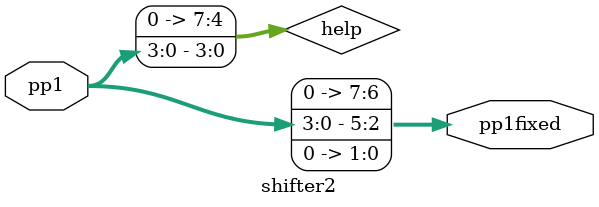
<source format=v>

module shifter2(input [7:0] pp1, output wire [7:0] pp1fixed );



wire [7:0] help ;

assign help [7:4] = 4'b0000;
assign help [3:0] = pp1[3:0];
assign pp1fixed = help<<2;


endmodule

</source>
